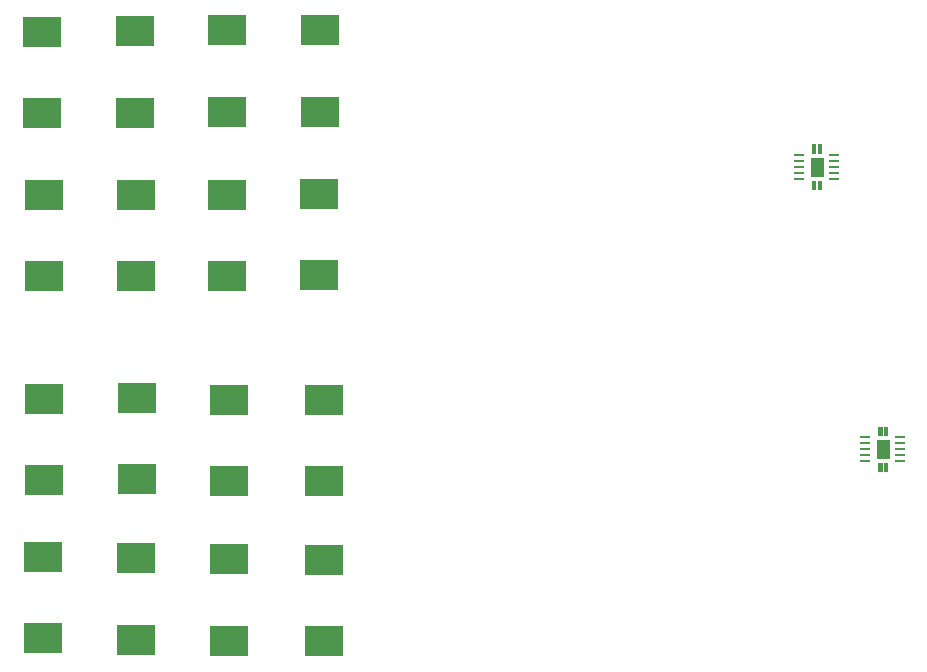
<source format=gbr>
%TF.GenerationSoftware,KiCad,Pcbnew,9.0.0*%
%TF.CreationDate,2025-03-14T18:44:21-06:00*%
%TF.ProjectId,MotorControllerBoardV2,4d6f746f-7243-46f6-9e74-726f6c6c6572,rev?*%
%TF.SameCoordinates,Original*%
%TF.FileFunction,Paste,Top*%
%TF.FilePolarity,Positive*%
%FSLAX46Y46*%
G04 Gerber Fmt 4.6, Leading zero omitted, Abs format (unit mm)*
G04 Created by KiCad (PCBNEW 9.0.0) date 2025-03-14 18:44:21*
%MOMM*%
%LPD*%
G01*
G04 APERTURE LIST*
%ADD10C,0.010000*%
%ADD11R,0.850000X0.280000*%
%ADD12R,3.300000X2.500000*%
G04 APERTURE END LIST*
D10*
%TO.C,U4*%
X188532500Y-97680000D02*
X188252500Y-97680000D01*
X188252500Y-96980000D01*
X188532500Y-96980000D01*
X188532500Y-97680000D01*
G36*
X188532500Y-97680000D02*
G01*
X188252500Y-97680000D01*
X188252500Y-96980000D01*
X188532500Y-96980000D01*
X188532500Y-97680000D01*
G37*
X188032500Y-97680000D02*
X187752500Y-97680000D01*
X187752500Y-96980000D01*
X188032500Y-96980000D01*
X188032500Y-97680000D01*
G36*
X188032500Y-97680000D02*
G01*
X187752500Y-97680000D01*
X187752500Y-96980000D01*
X188032500Y-96980000D01*
X188032500Y-97680000D01*
G37*
X188032500Y-94580000D02*
X187752500Y-94580000D01*
X187752500Y-93880000D01*
X188032500Y-93880000D01*
X188032500Y-94580000D01*
G36*
X188032500Y-94580000D02*
G01*
X187752500Y-94580000D01*
X187752500Y-93880000D01*
X188032500Y-93880000D01*
X188032500Y-94580000D01*
G37*
X188532500Y-94580000D02*
X188252500Y-94580000D01*
X188252500Y-93880000D01*
X188532500Y-93880000D01*
X188532500Y-94580000D01*
G36*
X188532500Y-94580000D02*
G01*
X188252500Y-94580000D01*
X188252500Y-93880000D01*
X188532500Y-93880000D01*
X188532500Y-94580000D01*
G37*
X188662500Y-96540000D02*
X187622500Y-96540000D01*
X187622500Y-95020000D01*
X188662500Y-95020000D01*
X188662500Y-96540000D01*
G36*
X188662500Y-96540000D02*
G01*
X187622500Y-96540000D01*
X187622500Y-95020000D01*
X188662500Y-95020000D01*
X188662500Y-96540000D01*
G37*
%TO.C,U3*%
X194130000Y-121570000D02*
X193850000Y-121570000D01*
X193850000Y-120870000D01*
X194130000Y-120870000D01*
X194130000Y-121570000D01*
G36*
X194130000Y-121570000D02*
G01*
X193850000Y-121570000D01*
X193850000Y-120870000D01*
X194130000Y-120870000D01*
X194130000Y-121570000D01*
G37*
X193630000Y-121570000D02*
X193350000Y-121570000D01*
X193350000Y-120870000D01*
X193630000Y-120870000D01*
X193630000Y-121570000D01*
G36*
X193630000Y-121570000D02*
G01*
X193350000Y-121570000D01*
X193350000Y-120870000D01*
X193630000Y-120870000D01*
X193630000Y-121570000D01*
G37*
X193630000Y-118470000D02*
X193350000Y-118470000D01*
X193350000Y-117770000D01*
X193630000Y-117770000D01*
X193630000Y-118470000D01*
G36*
X193630000Y-118470000D02*
G01*
X193350000Y-118470000D01*
X193350000Y-117770000D01*
X193630000Y-117770000D01*
X193630000Y-118470000D01*
G37*
X194130000Y-118470000D02*
X193850000Y-118470000D01*
X193850000Y-117770000D01*
X194130000Y-117770000D01*
X194130000Y-118470000D01*
G36*
X194130000Y-118470000D02*
G01*
X193850000Y-118470000D01*
X193850000Y-117770000D01*
X194130000Y-117770000D01*
X194130000Y-118470000D01*
G37*
X194260000Y-120430000D02*
X193220000Y-120430000D01*
X193220000Y-118910000D01*
X194260000Y-118910000D01*
X194260000Y-120430000D01*
G36*
X194260000Y-120430000D02*
G01*
X193220000Y-120430000D01*
X193220000Y-118910000D01*
X194260000Y-118910000D01*
X194260000Y-120430000D01*
G37*
%TD*%
D11*
%TO.C,U4*%
X189617500Y-96780000D03*
X189617500Y-96280000D03*
X189617500Y-95780000D03*
X189617500Y-95280000D03*
X189617500Y-94780000D03*
X186667500Y-94780000D03*
X186667500Y-95280000D03*
X186667500Y-95780000D03*
X186667500Y-96280000D03*
X186667500Y-96780000D03*
%TD*%
%TO.C,U3*%
X195215000Y-120670000D03*
X195215000Y-120170000D03*
X195215000Y-119670000D03*
X195215000Y-119170000D03*
X195215000Y-118670000D03*
X192265000Y-118670000D03*
X192265000Y-119170000D03*
X192265000Y-119670000D03*
X192265000Y-120170000D03*
X192265000Y-120670000D03*
%TD*%
D12*
%TO.C,D3*%
X130392500Y-91210000D03*
X130392500Y-84310000D03*
%TD*%
%TO.C,D4*%
X122512500Y-91242500D03*
X122512500Y-84342500D03*
%TD*%
%TO.C,D5*%
X146042500Y-104965000D03*
X146042500Y-98065000D03*
%TD*%
%TO.C,D1*%
X146072500Y-91122500D03*
X146072500Y-84222500D03*
%TD*%
%TO.C,D10*%
X130482500Y-135837500D03*
X130482500Y-128937500D03*
%TD*%
%TO.C,D2*%
X138242500Y-91120000D03*
X138242500Y-84220000D03*
%TD*%
%TO.C,D6*%
X138212500Y-105022500D03*
X138212500Y-98122500D03*
%TD*%
%TO.C,D7*%
X130482500Y-105057500D03*
X130482500Y-98157500D03*
%TD*%
%TO.C,D13*%
X138352500Y-122382500D03*
X138352500Y-115482500D03*
%TD*%
%TO.C,D14*%
X130552500Y-122235000D03*
X130552500Y-115335000D03*
%TD*%
%TO.C,D8*%
X122722500Y-105035000D03*
X122722500Y-98135000D03*
%TD*%
%TO.C,D11*%
X146452500Y-135942500D03*
X146452500Y-129042500D03*
%TD*%
%TO.C,D15*%
X146402500Y-122382500D03*
X146402500Y-115482500D03*
%TD*%
%TO.C,D16*%
X122722500Y-122295000D03*
X122722500Y-115395000D03*
%TD*%
%TO.C,D12*%
X122652500Y-135672500D03*
X122652500Y-128772500D03*
%TD*%
%TO.C,D9*%
X138372500Y-135882500D03*
X138372500Y-128982500D03*
%TD*%
M02*

</source>
